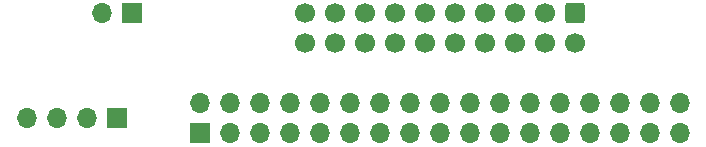
<source format=gbr>
%TF.GenerationSoftware,KiCad,Pcbnew,8.0.5*%
%TF.CreationDate,2024-12-02T19:35:40-06:00*%
%TF.ProjectId,Apple-II-HXC-Gotek-Adapter,4170706c-652d-4494-992d-4858432d476f,v1.0*%
%TF.SameCoordinates,Original*%
%TF.FileFunction,Soldermask,Bot*%
%TF.FilePolarity,Negative*%
%FSLAX46Y46*%
G04 Gerber Fmt 4.6, Leading zero omitted, Abs format (unit mm)*
G04 Created by KiCad (PCBNEW 8.0.5) date 2024-12-02 19:35:40*
%MOMM*%
%LPD*%
G01*
G04 APERTURE LIST*
G04 Aperture macros list*
%AMRoundRect*
0 Rectangle with rounded corners*
0 $1 Rounding radius*
0 $2 $3 $4 $5 $6 $7 $8 $9 X,Y pos of 4 corners*
0 Add a 4 corners polygon primitive as box body*
4,1,4,$2,$3,$4,$5,$6,$7,$8,$9,$2,$3,0*
0 Add four circle primitives for the rounded corners*
1,1,$1+$1,$2,$3*
1,1,$1+$1,$4,$5*
1,1,$1+$1,$6,$7*
1,1,$1+$1,$8,$9*
0 Add four rect primitives between the rounded corners*
20,1,$1+$1,$2,$3,$4,$5,0*
20,1,$1+$1,$4,$5,$6,$7,0*
20,1,$1+$1,$6,$7,$8,$9,0*
20,1,$1+$1,$8,$9,$2,$3,0*%
G04 Aperture macros list end*
%ADD10R,1.700000X1.700000*%
%ADD11O,1.700000X1.700000*%
%ADD12C,1.700000*%
%ADD13RoundRect,0.250000X-0.600000X0.600000X-0.600000X-0.600000X0.600000X-0.600000X0.600000X0.600000X0*%
G04 APERTURE END LIST*
D10*
%TO.C,J4*%
X86995000Y-101600000D03*
D11*
X84455000Y-101600000D03*
%TD*%
D12*
%TO.C,J2*%
X101600000Y-104140000D03*
X101600000Y-101600000D03*
X104140000Y-104140000D03*
X104140000Y-101600000D03*
X106680000Y-104140000D03*
X106680000Y-101600000D03*
X109220000Y-104140000D03*
X109220000Y-101600000D03*
X111760000Y-104140000D03*
X111760000Y-101600000D03*
X114300000Y-104140000D03*
X114300000Y-101600000D03*
X116840000Y-104140000D03*
X116840000Y-101600000D03*
X119380000Y-104140000D03*
X119380000Y-101600000D03*
X121920000Y-104140000D03*
X121920000Y-101600000D03*
X124460000Y-104140000D03*
D13*
X124460000Y-101600000D03*
%TD*%
D10*
%TO.C,J3*%
X85710000Y-110490000D03*
D11*
X83170000Y-110490000D03*
X80630000Y-110490000D03*
X78090000Y-110490000D03*
%TD*%
D10*
%TO.C,J1*%
X92710000Y-111760000D03*
D11*
X92710000Y-109220000D03*
X95250000Y-111760000D03*
X95250000Y-109220000D03*
X97790000Y-111760000D03*
X97790000Y-109220000D03*
X100330000Y-111760000D03*
X100330000Y-109220000D03*
X102870000Y-111760000D03*
X102870000Y-109220000D03*
X105410000Y-111760000D03*
X105410000Y-109220000D03*
X107950000Y-111760000D03*
X107950000Y-109220000D03*
X110490000Y-111760000D03*
X110490000Y-109220000D03*
X113030000Y-111760000D03*
X113030000Y-109220000D03*
X115570000Y-111760000D03*
X115570000Y-109220000D03*
X118110000Y-111760000D03*
X118110000Y-109220000D03*
X120650000Y-111760000D03*
X120650000Y-109220000D03*
X123190000Y-111760000D03*
X123190000Y-109220000D03*
X125730000Y-111760000D03*
X125730000Y-109220000D03*
X128270000Y-111760000D03*
X128270000Y-109220000D03*
X130810000Y-111760000D03*
X130810000Y-109220000D03*
X133350000Y-111760000D03*
X133350000Y-109220000D03*
%TD*%
M02*

</source>
